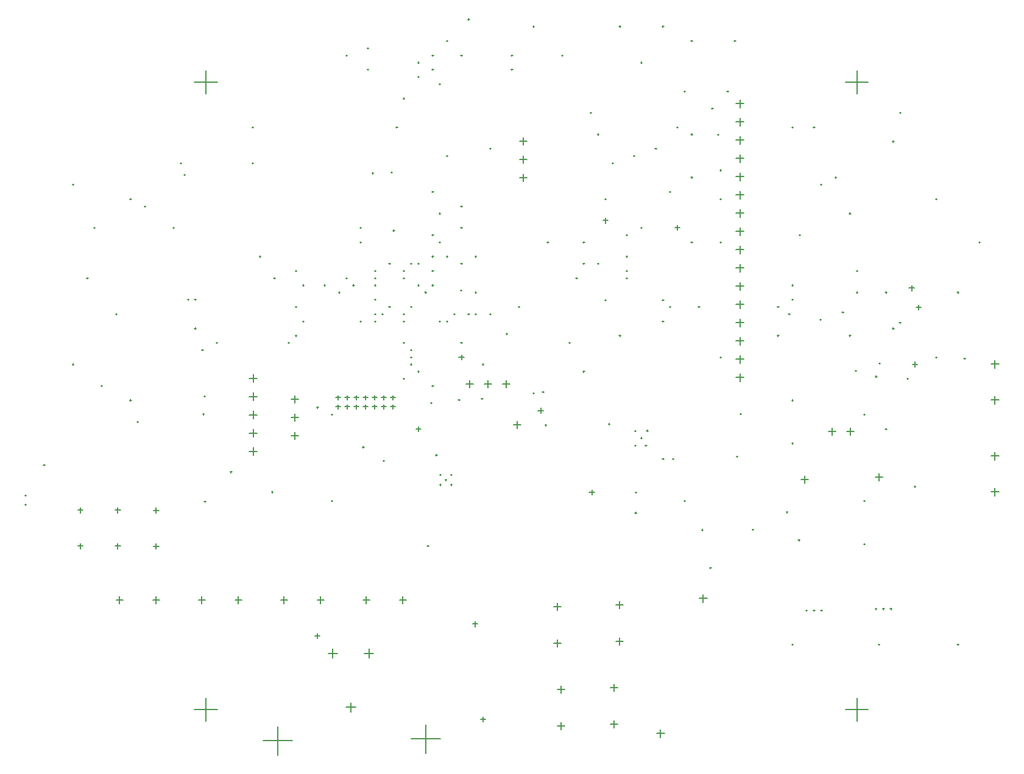
<source format=gbr>
%TF.GenerationSoftware,Altium Limited,Altium Designer,21.0.9 (235)*%
G04 Layer_Color=128*
%FSLAX26Y26*%
%MOIN*%
%TF.SameCoordinates,5BE5EA85-216B-4E4C-B8B6-EAA837D7D1E1*%
%TF.FilePolarity,Positive*%
%TF.FileFunction,Drillmap*%
%TF.Part,Single*%
G01*
G75*
%TA.AperFunction,NonConductor*%
%ADD157C,0.005000*%
D157*
X7069921Y4475000D02*
X7110079D01*
X7090000Y4454921D02*
Y4495079D01*
X6969921Y4475000D02*
X7010079D01*
X6990000Y4454921D02*
Y4495079D01*
X4427835Y3258425D02*
X4479016D01*
X4453425Y3232835D02*
Y3284016D01*
X4230984Y3258425D02*
X4282165D01*
X4256575Y3232835D02*
Y3284016D01*
X4329409Y2963150D02*
X4380591D01*
X4355000Y2937559D02*
Y2988740D01*
X3876260Y2780000D02*
X4033740D01*
X3955000Y2701260D02*
Y2858740D01*
X6820000Y4210000D02*
X6860000D01*
X6840000Y4190000D02*
Y4230000D01*
X7225000Y4225000D02*
X7265000D01*
X7245000Y4205000D02*
Y4245000D01*
X5245000Y4510000D02*
X5285000D01*
X5265000Y4490000D02*
Y4530000D01*
X3275236Y3845000D02*
X3304764D01*
X3290000Y3830236D02*
Y3859764D01*
X3275236Y4041850D02*
X3304764D01*
X3290000Y4027087D02*
Y4056614D01*
X3065236Y3846575D02*
X3094764D01*
X3080000Y3831811D02*
Y3861339D01*
X3065236Y4043425D02*
X3094764D01*
X3080000Y4028661D02*
Y4058189D01*
X2860236Y3846575D02*
X2889764D01*
X2875000Y3831811D02*
Y3861339D01*
X2860236Y4043425D02*
X2889764D01*
X2875000Y4028661D02*
Y4058189D01*
X3720315Y3550000D02*
X3759685D01*
X3740000Y3530315D02*
Y3569685D01*
X3520315Y3550000D02*
X3559685D01*
X3540000Y3530315D02*
Y3569685D01*
X3270315Y3550000D02*
X3309685D01*
X3290000Y3530315D02*
Y3569685D01*
X3070315Y3550000D02*
X3109685D01*
X3090000Y3530315D02*
Y3569685D01*
X4170315Y3550000D02*
X4209685D01*
X4190000Y3530315D02*
Y3569685D01*
X3970315Y3550000D02*
X4009685D01*
X3990000Y3530315D02*
Y3569685D01*
X7061127Y2950592D02*
X7186127D01*
X7123627Y2888092D02*
Y3013092D01*
X3498627Y2950592D02*
X3623627D01*
X3561127Y2888092D02*
Y3013092D01*
X3498627Y6388092D02*
X3623627D01*
X3561127Y6325592D02*
Y6450592D01*
X3799567Y4765000D02*
X3842874D01*
X3821220Y4743346D02*
Y4786654D01*
X3799567Y4665000D02*
X3842874D01*
X3821220Y4643346D02*
Y4686654D01*
X3799567Y4465000D02*
X3842874D01*
X3821220Y4443346D02*
Y4486654D01*
X3799567Y4365000D02*
X3842874D01*
X3821220Y4343346D02*
Y4386654D01*
X3799567Y4565000D02*
X3842874D01*
X3821220Y4543346D02*
Y4586654D01*
X7061127Y6388092D02*
X7186127D01*
X7123627Y6325592D02*
Y6450592D01*
X4686260Y2790000D02*
X4843740D01*
X4765000Y2711260D02*
Y2868740D01*
X6028346Y2820000D02*
X6071654D01*
X6050000Y2798347D02*
Y2841653D01*
X6260630Y3560157D02*
X6303937D01*
X6282283Y3538504D02*
Y3581811D01*
X5775315Y3070000D02*
X5814685D01*
X5795000Y3050315D02*
Y3089685D01*
X5775315Y2870000D02*
X5814685D01*
X5795000Y2850315D02*
Y2889685D01*
X5805315Y3325000D02*
X5844685D01*
X5825000Y3305315D02*
Y3344685D01*
X5805315Y3525000D02*
X5844685D01*
X5825000Y3505315D02*
Y3544685D01*
X5485315Y2860000D02*
X5524685D01*
X5505000Y2840315D02*
Y2879685D01*
X5485315Y3060000D02*
X5524685D01*
X5505000Y3040315D02*
Y3079685D01*
X5465315Y3515000D02*
X5504685D01*
X5485000Y3495315D02*
Y3534685D01*
X5465315Y3315000D02*
X5504685D01*
X5485000Y3295315D02*
Y3334685D01*
X4420315Y3550000D02*
X4459685D01*
X4440000Y3530315D02*
Y3569685D01*
X4620315Y3550000D02*
X4659685D01*
X4640000Y3530315D02*
Y3569685D01*
X6463346Y4770000D02*
X6506654D01*
X6485000Y4748346D02*
Y4791654D01*
X6463346Y4870000D02*
X6506654D01*
X6485000Y4848346D02*
Y4891654D01*
X6463346Y5170000D02*
X6506654D01*
X6485000Y5148346D02*
Y5191654D01*
X6463346Y5270000D02*
X6506654D01*
X6485000Y5248346D02*
Y5291654D01*
X6463346Y5370000D02*
X6506654D01*
X6485000Y5348346D02*
Y5391654D01*
X6463346Y5570000D02*
X6506654D01*
X6485000Y5548346D02*
Y5591654D01*
X6463346Y5670000D02*
X6506654D01*
X6485000Y5648346D02*
Y5691654D01*
X6463346Y5870000D02*
X6506654D01*
X6485000Y5848346D02*
Y5891654D01*
X6463346Y6070000D02*
X6506654D01*
X6485000Y6048346D02*
Y6091654D01*
X6463346Y6270000D02*
X6506654D01*
X6485000Y6248346D02*
Y6291654D01*
X6463346Y6170000D02*
X6506654D01*
X6485000Y6148346D02*
Y6191654D01*
X6463346Y5970000D02*
X6506654D01*
X6485000Y5948346D02*
Y5991654D01*
X6463346Y5770000D02*
X6506654D01*
X6485000Y5748346D02*
Y5791654D01*
X6463346Y5470000D02*
X6506654D01*
X6485000Y5448346D02*
Y5491654D01*
X6463346Y5070000D02*
X6506654D01*
X6485000Y5048346D02*
Y5091654D01*
X6463346Y4970000D02*
X6506654D01*
X6485000Y4948346D02*
Y4991654D01*
X5184921Y4735000D02*
X5225079D01*
X5205000Y4714921D02*
Y4755079D01*
X5084921Y4735000D02*
X5125079D01*
X5105000Y4714921D02*
Y4755079D01*
X4984921Y4735000D02*
X5025079D01*
X5005000Y4714921D02*
Y4755079D01*
X4273189Y4610000D02*
X4296811D01*
X4285000Y4598189D02*
Y4621811D01*
X4273189Y4660000D02*
X4296811D01*
X4285000Y4648189D02*
Y4671811D01*
X4323189Y4610000D02*
X4346811D01*
X4335000Y4598189D02*
Y4621811D01*
X4323189Y4660000D02*
X4346811D01*
X4335000Y4648189D02*
Y4671811D01*
X4373189Y4610000D02*
X4396811D01*
X4385000Y4598189D02*
Y4621811D01*
X4373189Y4660000D02*
X4396811D01*
X4385000Y4648189D02*
Y4671811D01*
X4423189Y4610000D02*
X4446811D01*
X4435000Y4598189D02*
Y4621811D01*
X4423189Y4660000D02*
X4446811D01*
X4435000Y4648189D02*
Y4671811D01*
X4473189Y4610000D02*
X4496811D01*
X4485000Y4598189D02*
Y4621811D01*
X4473189Y4660000D02*
X4496811D01*
X4485000Y4648189D02*
Y4671811D01*
X4523189Y4610000D02*
X4546811D01*
X4535000Y4598189D02*
Y4621811D01*
X4523189Y4660000D02*
X4546811D01*
X4535000Y4648189D02*
Y4671811D01*
X4573189Y4610000D02*
X4596811D01*
X4585000Y4598189D02*
Y4621811D01*
X4573189Y4660000D02*
X4596811D01*
X4585000Y4648189D02*
Y4671811D01*
X5279921Y5865000D02*
X5320079D01*
X5300000Y5844921D02*
Y5885079D01*
X5279921Y5965000D02*
X5320079D01*
X5300000Y5944921D02*
Y5985079D01*
X5279921Y6065000D02*
X5320079D01*
X5300000Y6044921D02*
Y6085079D01*
X4029921Y4650000D02*
X4070079D01*
X4050000Y4629921D02*
Y4670079D01*
X4029921Y4550000D02*
X4070079D01*
X4050000Y4529921D02*
Y4570079D01*
X4029921Y4450000D02*
X4070079D01*
X4050000Y4429921D02*
Y4470079D01*
X7858346Y4340000D02*
X7901654D01*
X7880000Y4318346D02*
Y4361654D01*
X7858346Y4143150D02*
X7901654D01*
X7880000Y4121496D02*
Y4164803D01*
X7858346Y4646575D02*
X7901654D01*
X7880000Y4624921D02*
Y4668228D01*
X7858346Y4843425D02*
X7901654D01*
X7880000Y4821772D02*
Y4865079D01*
X7710000Y4874000D02*
X7718000D01*
X7714000Y4870000D02*
Y4878000D01*
X4819000Y4346000D02*
X4827000D01*
X4823000Y4342000D02*
Y4350000D01*
X6361000Y6102000D02*
X6369000D01*
X6365000Y6098000D02*
Y6106000D01*
X6329000Y6244000D02*
X6337000D01*
X6333000Y6240000D02*
Y6248000D01*
X5069000Y4655000D02*
X5077000D01*
X5073000Y4651000D02*
Y4659000D01*
X4943000Y4648000D02*
X4951000D01*
X4947000Y4644000D02*
Y4652000D01*
X5204000Y5010000D02*
X5212000D01*
X5208000Y5006000D02*
Y5014000D01*
X3544000Y4570000D02*
X3552000D01*
X3548000Y4566000D02*
Y4574000D01*
X3552000Y4667000D02*
X3560000D01*
X3556000Y4663000D02*
Y4671000D01*
X3441000Y5881000D02*
X3449000D01*
X3445000Y5877000D02*
Y5885000D01*
X4956693Y5708661D02*
X4964567D01*
X4960630Y5704724D02*
Y5712598D01*
X4956693Y5590551D02*
X4964567D01*
X4960630Y5586614D02*
Y5594488D01*
X2571000Y4075000D02*
X2579000D01*
X2575000Y4071000D02*
Y4079000D01*
X2571000Y4125000D02*
X2579000D01*
X2575000Y4121000D02*
Y4129000D01*
X7410000Y5260000D02*
X7438000D01*
X7424000Y5246000D02*
Y5274000D01*
X7448044Y5153603D02*
X7476044D01*
X7462044Y5139603D02*
Y5167603D01*
X7356559Y5070184D02*
X7364433D01*
X7360496Y5066247D02*
Y5074120D01*
X7279528Y5236221D02*
X7287402D01*
X7283465Y5232283D02*
Y5240158D01*
X7043307Y5128370D02*
X7051181D01*
X7047244Y5124433D02*
Y5132307D01*
X6921000Y5088158D02*
X6929000D01*
X6925000Y5084158D02*
Y5092158D01*
X7245000Y4848000D02*
X7253000D01*
X7249000Y4844000D02*
Y4852000D01*
X7114000Y4807000D02*
X7122000D01*
X7118000Y4803000D02*
Y4811000D01*
X7226063Y4776000D02*
X7233937D01*
X7230000Y4772063D02*
Y4779937D01*
X6059055Y5195378D02*
X6066929D01*
X6062992Y5191441D02*
Y5199315D01*
X5744095Y5195378D02*
X5751968D01*
X5748032Y5191441D02*
Y5199315D01*
X6255905Y5157480D02*
X6263779D01*
X6259842Y5153543D02*
Y5161417D01*
X5035433Y5236221D02*
X5043307D01*
X5039370Y5232283D02*
Y5240158D01*
X7082677Y5000000D02*
X7090551D01*
X7086614Y4996063D02*
Y5003937D01*
X6688976Y5000000D02*
X6696850D01*
X6692913Y4996063D02*
Y5003937D01*
X6767717Y5196850D02*
X6775591D01*
X6771654Y5192913D02*
Y5200787D01*
X6750000Y5117000D02*
X6758000D01*
X6754000Y5113000D02*
Y5121000D01*
X6688976Y5157480D02*
X6696850D01*
X6692913Y5153543D02*
Y5161417D01*
X4954000Y5248000D02*
X4962000D01*
X4958000Y5244000D02*
Y5252000D01*
X4710409Y4488189D02*
X4738409D01*
X4724409Y4474189D02*
Y4502189D01*
X4720472Y6496063D02*
X4728346D01*
X4724409Y6492126D02*
Y6500000D01*
X4917323Y5118110D02*
X4925197D01*
X4921260Y5114173D02*
Y5122047D01*
X4444882Y6456693D02*
X4452756D01*
X4448819Y6452756D02*
Y6460630D01*
X4641732Y5314961D02*
X4649606D01*
X4645669Y5311024D02*
Y5318898D01*
X5940945Y6496063D02*
X5948819D01*
X5944882Y6492126D02*
Y6500000D01*
X4838583Y6377953D02*
X4846457D01*
X4842520Y6374016D02*
Y6381890D01*
X4838583Y5669291D02*
X4846457D01*
X4842520Y5665354D02*
Y5673228D01*
X4996063Y6732283D02*
X5003937D01*
X5000000Y6728346D02*
Y6736221D01*
X7122047Y5354331D02*
X7129921D01*
X7125984Y5350394D02*
Y5358268D01*
X7122047Y5236221D02*
X7129921D01*
X7125984Y5232283D02*
Y5240158D01*
X4484252Y5354331D02*
X4492126D01*
X4488189Y5350394D02*
Y5358268D01*
X2988189Y4724409D02*
X2996063D01*
X2992126Y4720472D02*
Y4728346D01*
X3539370Y4921260D02*
X3547244D01*
X3543307Y4917323D02*
Y4925197D01*
X4562992Y5157480D02*
X4570866D01*
X4566929Y5153543D02*
Y5161417D01*
X3500000Y5196850D02*
X3507874D01*
X3503937Y5192913D02*
Y5200787D01*
X4484252Y5196850D02*
X4492126D01*
X4488189Y5192913D02*
Y5200787D01*
X4051181Y5354331D02*
X4059055D01*
X4055118Y5350394D02*
Y5358268D01*
X3618110Y4960630D02*
X3625984D01*
X3622047Y4956693D02*
Y4964567D01*
X3933071Y5314961D02*
X3940945D01*
X3937008Y5311024D02*
Y5318898D01*
X3185039Y4527559D02*
X3192913D01*
X3188976Y4523622D02*
Y4531496D01*
X4523622Y5118110D02*
X4531496D01*
X4527559Y5114173D02*
Y5122047D01*
X3500000Y5039370D02*
X3507874D01*
X3503937Y5035433D02*
Y5043307D01*
X3066929Y5118110D02*
X3074803D01*
X3070866Y5114173D02*
Y5122047D01*
X5625984Y4803150D02*
X5633858D01*
X5629921Y4799213D02*
Y4807087D01*
X4838583Y5078740D02*
X4846457D01*
X4842520Y5074803D02*
Y5082677D01*
X3145669Y4645669D02*
X3153543D01*
X3149606Y4641732D02*
Y4649606D01*
X2830709Y4842520D02*
X2838583D01*
X2834646Y4838583D02*
Y4846457D01*
X2830709Y5826772D02*
X2838583D01*
X2834646Y5822835D02*
Y5830709D01*
X5665354Y6220472D02*
X5673228D01*
X5669291Y6216535D02*
Y6224409D01*
X5704724Y6102362D02*
X5712598D01*
X5708661Y6098425D02*
Y6106299D01*
X3145669Y5748032D02*
X3153543D01*
X3149606Y5744095D02*
Y5751968D01*
X7318898Y6062992D02*
X7326772D01*
X7322835Y6059055D02*
Y6066929D01*
X7318898Y5039370D02*
X7326772D01*
X7322835Y5035433D02*
Y5043307D01*
X7358268Y6220472D02*
X7366142D01*
X7362205Y6216535D02*
Y6224409D01*
X4799213Y5787402D02*
X4807087D01*
X4803150Y5783465D02*
Y5791339D01*
X4759842Y5236221D02*
X4767717D01*
X4763779Y5232283D02*
Y5240158D01*
X4602362Y6141732D02*
X4610236D01*
X4606299Y6137795D02*
Y6145669D01*
X4562992Y5393701D02*
X4570866D01*
X4566929Y5389764D02*
Y5397638D01*
X4051181Y5000000D02*
X4059055D01*
X4055118Y4996063D02*
Y5003937D01*
X4484252Y5314961D02*
X4492126D01*
X4488189Y5311024D02*
Y5318898D01*
X7555118Y4881890D02*
X7562992D01*
X7559055Y4877953D02*
Y4885827D01*
X7003937Y5866142D02*
X7011811D01*
X7007874Y5862205D02*
Y5870079D01*
X6216535Y5511811D02*
X6224409D01*
X6220472Y5507874D02*
Y5515748D01*
X6098425Y5157480D02*
X6106299D01*
X6102362Y5153543D02*
Y5161417D01*
X5940945Y5590551D02*
X5948819D01*
X5944882Y5586614D02*
Y5594488D01*
X4208661Y5275591D02*
X4216535D01*
X4212598Y5271654D02*
Y5279528D01*
X5862205Y5314961D02*
X5870079D01*
X5866142Y5311024D02*
Y5318898D01*
X6216535Y6102362D02*
X6224409D01*
X6220472Y6098425D02*
Y6106299D01*
X5114173Y5118110D02*
X5122047D01*
X5118110Y5114173D02*
Y5122047D01*
X5035433Y5118110D02*
X5043307D01*
X5039370Y5114173D02*
Y5122047D01*
X4158000Y3355000D02*
X4186000D01*
X4172000Y3341000D02*
Y3369000D01*
X6885827Y6141732D02*
X6893701D01*
X6889764Y6137795D02*
Y6145669D01*
X6767717Y6141732D02*
X6775591D01*
X6771654Y6137795D02*
Y6145669D01*
X3814961Y5944882D02*
X3822835D01*
X3818898Y5940945D02*
Y5948819D01*
X3814961Y6141732D02*
X3822835D01*
X3818898Y6137795D02*
Y6145669D01*
X4326772Y5314961D02*
X4334646D01*
X4330709Y5311024D02*
Y5318898D01*
X4326772Y6535433D02*
X4334646D01*
X4330709Y6531496D02*
Y6539370D01*
X4444882Y6574803D02*
X4452756D01*
X4448819Y6570866D02*
Y6578740D01*
X4366142Y5275591D02*
X4374016D01*
X4370079Y5271654D02*
Y5279528D01*
X5862205Y5551181D02*
X5870079D01*
X5866142Y5547244D02*
Y5555118D01*
X4641732Y4960630D02*
X4649606D01*
X4645669Y4956693D02*
Y4964567D01*
X5625984Y5511811D02*
X5633858D01*
X5629921Y5507874D02*
Y5515748D01*
X4641732Y5078740D02*
X4649606D01*
X4645669Y5074803D02*
Y5082677D01*
X5586614Y5314961D02*
X5594488D01*
X5590551Y5311024D02*
Y5318898D01*
X4641732Y5118110D02*
X4649606D01*
X4645669Y5114173D02*
Y5122047D01*
X5862205Y5433071D02*
X5870079D01*
X5866142Y5429134D02*
Y5437008D01*
X4681102Y4921260D02*
X4688976D01*
X4685039Y4917323D02*
Y4925197D01*
X5862205Y5354331D02*
X5870079D01*
X5866142Y5350394D02*
Y5358268D01*
X4799213Y5354331D02*
X4807087D01*
X4803150Y5350394D02*
Y5358268D01*
X5035433Y5433071D02*
X5043307D01*
X5039370Y5429134D02*
Y5437008D01*
X5704724Y5393701D02*
X5712598D01*
X5708661Y5389764D02*
Y5397638D01*
X5625984Y5393701D02*
X5633858D01*
X5629921Y5389764D02*
Y5397638D01*
X4956693Y5393701D02*
X4964567D01*
X4960630Y5389764D02*
Y5397638D01*
X4484252Y5275591D02*
X4492126D01*
X4488189Y5271654D02*
Y5279528D01*
X4720472Y5275591D02*
X4728346D01*
X4724409Y5271654D02*
Y5279528D01*
X4838583Y5511811D02*
X4846457D01*
X4842520Y5507874D02*
Y5515748D01*
X4484252Y5078740D02*
X4492126D01*
X4488189Y5074803D02*
Y5082677D01*
X4720472Y4803150D02*
X4728346D01*
X4724409Y4799213D02*
Y4807087D01*
X5350394Y4685039D02*
X5358268D01*
X5354331Y4681102D02*
Y4688976D01*
X5271654Y5157480D02*
X5279528D01*
X5275591Y5153543D02*
Y5161417D01*
X4681102Y5157480D02*
X4688976D01*
X4685039Y5153543D02*
Y5161417D01*
X4681102Y4881890D02*
X4688976D01*
X4685039Y4877953D02*
Y4885827D01*
X4946630Y4881890D02*
X4974630D01*
X4960630Y4867890D02*
Y4895890D01*
X5074803Y4842520D02*
X5082677D01*
X5078740Y4838583D02*
Y4846457D01*
X4799213Y5275591D02*
X4807087D01*
X4803150Y5271654D02*
Y5279528D01*
X7397638Y4763779D02*
X7405512D01*
X7401575Y4759842D02*
Y4767717D01*
X4641732Y4763779D02*
X4649606D01*
X4645669Y4759842D02*
Y4767717D01*
X4169291Y4606299D02*
X4177165D01*
X4173228Y4602362D02*
Y4610236D01*
X4248032Y4566929D02*
X4255905D01*
X4251968Y4562992D02*
Y4570866D01*
X4681102Y4842520D02*
X4688976D01*
X4685039Y4838583D02*
Y4846457D01*
X4877953Y5078740D02*
X4885827D01*
X4881890Y5074803D02*
Y5082677D01*
X4877953Y6614173D02*
X4885827D01*
X4881890Y6610236D02*
Y6618110D01*
X4681102Y5393701D02*
X4688976D01*
X4685039Y5389764D02*
Y5397638D01*
X4720472Y6417323D02*
X4728346D01*
X4724409Y6413386D02*
Y6421260D01*
X4720472Y5393701D02*
X4728346D01*
X4724409Y5389764D02*
Y5397638D01*
X4956693Y6535433D02*
X4964567D01*
X4960630Y6531496D02*
Y6539370D01*
X5232283Y6535433D02*
X5240158D01*
X5236221Y6531496D02*
Y6539370D01*
X5114173Y6023622D02*
X5122047D01*
X5118110Y6019685D02*
Y6027559D01*
X2673228Y4291339D02*
X2681102D01*
X2677165Y4287402D02*
Y4295276D01*
X4287402Y5236221D02*
X4295276D01*
X4291339Y5232283D02*
Y5240158D01*
X7082677Y5669291D02*
X7090551D01*
X7086614Y5665354D02*
Y5673228D01*
X5734032Y5629921D02*
X5762032D01*
X5748032Y5615921D02*
Y5643921D01*
X6177165Y6338583D02*
X6185039D01*
X6181102Y6334646D02*
Y6342520D01*
X4090551Y5078740D02*
X4098425D01*
X4094488Y5074803D02*
Y5082677D01*
X4799213Y5551181D02*
X4807087D01*
X4803150Y5547244D02*
Y5555118D01*
X4405512Y5511811D02*
X4413386D01*
X4409449Y5507874D02*
Y5515748D01*
X4405512Y5078740D02*
X4413386D01*
X4409449Y5074803D02*
Y5082677D01*
X4011811Y4960630D02*
X4019685D01*
X4015748Y4956693D02*
Y4964567D01*
X4799213Y5433071D02*
X4807087D01*
X4803150Y5429134D02*
Y5437008D01*
X5783465Y5944882D02*
X5791339D01*
X5787402Y5940945D02*
Y5948819D01*
X5232283Y6456693D02*
X5240158D01*
X5236221Y6452756D02*
Y6460630D01*
X6413386Y6338583D02*
X6421260D01*
X6417323Y6334646D02*
Y6342520D01*
X7426945Y4842520D02*
X7454945D01*
X7440945Y4828520D02*
Y4856520D01*
X7279528Y4488189D02*
X7287402D01*
X7283465Y4484252D02*
Y4492126D01*
X6019685Y6023622D02*
X6027559D01*
X6023622Y6019685D02*
Y6027559D01*
X6216535Y5866142D02*
X6224409D01*
X6220472Y5862205D02*
Y5870079D01*
X6127732Y5590551D02*
X6155732D01*
X6141732Y5576551D02*
Y5604551D01*
X6059055Y5078740D02*
X6066929D01*
X6062992Y5074803D02*
Y5082677D01*
X7673228Y5236221D02*
X7681102D01*
X7677165Y5232283D02*
Y5240158D01*
X7673228Y3307087D02*
X7681102D01*
X7677165Y3303150D02*
Y3311024D01*
X4799213Y4724409D02*
X4807087D01*
X4803150Y4720472D02*
Y4728346D01*
X4996063Y5118110D02*
X5003937D01*
X5000000Y5114173D02*
Y5122047D01*
X5021000Y3420000D02*
X5049000D01*
X5035000Y3406000D02*
Y3434000D01*
X5065000Y2897000D02*
X5093000D01*
X5079000Y2883000D02*
Y2911000D01*
X4248032Y4094488D02*
X4255905D01*
X4251968Y4090551D02*
Y4098425D01*
X6177165Y4094488D02*
X6185039D01*
X6181102Y4090551D02*
Y4098425D01*
X5660000Y4142000D02*
X5688000D01*
X5674000Y4128000D02*
Y4156000D01*
X5380000Y4589000D02*
X5408000D01*
X5394000Y4575000D02*
Y4603000D01*
X5942000Y4439000D02*
X5950000D01*
X5946000Y4435000D02*
Y4443000D01*
X5973000Y4479000D02*
X5981000D01*
X5977000Y4475000D02*
Y4483000D01*
X5907000Y4478000D02*
X5915000D01*
X5911000Y4474000D02*
Y4482000D01*
X5908000Y4397000D02*
X5916000D01*
X5912000Y4393000D02*
Y4401000D01*
X5966000Y4397000D02*
X5974000D01*
X5970000Y4393000D02*
Y4401000D01*
X6803000Y3880000D02*
X6811000D01*
X6807000Y3876000D02*
Y3884000D01*
X6737000Y4033000D02*
X6745000D01*
X6741000Y4029000D02*
Y4037000D01*
X6319000Y3727000D02*
X6327000D01*
X6323000Y3723000D02*
Y3731000D01*
X4586000Y5576000D02*
X4594000D01*
X4590000Y5572000D02*
Y5580000D01*
X4471000Y5890000D02*
X4479000D01*
X4475000Y5886000D02*
Y5894000D01*
X4575000D02*
X4583000D01*
X4579000Y5890000D02*
Y5898000D01*
X6060000Y4324000D02*
X6068000D01*
X6064000Y4320000D02*
Y4328000D01*
X6114000Y4325000D02*
X6122000D01*
X6118000Y4321000D02*
Y4329000D01*
X5418000Y4510000D02*
X5426000D01*
X5422000Y4506000D02*
Y4514000D01*
X5403000Y4691000D02*
X5411000D01*
X5407000Y4687000D02*
Y4695000D01*
X6274000Y3936000D02*
X6282000D01*
X6278000Y3932000D02*
Y3940000D01*
X6552000Y3938000D02*
X6560000D01*
X6556000Y3934000D02*
Y3942000D01*
X6484000Y4572000D02*
X6492000D01*
X6488000Y4568000D02*
Y4576000D01*
X5765000Y4516000D02*
X5773000D01*
X5769000Y4512000D02*
Y4520000D01*
X5910000Y4029000D02*
X5918000D01*
X5914000Y4025000D02*
Y4033000D01*
X5911000Y4141000D02*
X5919000D01*
X5915000Y4137000D02*
Y4145000D01*
X6464000Y4338000D02*
X6472000D01*
X6468000Y4334000D02*
Y4342000D01*
X4531000Y4314000D02*
X4539000D01*
X4535000Y4310000D02*
Y4318000D01*
X4419000Y4389000D02*
X4427000D01*
X4423000Y4385000D02*
Y4393000D01*
X4791000Y4631000D02*
X4799000D01*
X4795000Y4627000D02*
Y4635000D01*
X3921000Y4143000D02*
X3929000D01*
X3925000Y4139000D02*
Y4147000D01*
X3553000Y4091000D02*
X3561000D01*
X3557000Y4087000D02*
Y4095000D01*
X3696000Y4253000D02*
X3704000D01*
X3700000Y4249000D02*
Y4257000D01*
X4773000Y3847000D02*
X4781000D01*
X4777000Y3843000D02*
Y3851000D01*
X5744095Y5748032D02*
X5751968D01*
X5748032Y5744095D02*
Y5751968D01*
X3421260Y5944882D02*
X3429134D01*
X3425197Y5940945D02*
Y5948819D01*
X4877953Y5433071D02*
X4885827D01*
X4881890Y5429134D02*
Y5437008D01*
X4484252Y5118110D02*
X4492126D01*
X4488189Y5114173D02*
Y5122047D01*
X4641732Y5354331D02*
X4649606D01*
X4645669Y5350394D02*
Y5358268D01*
X4405512Y5590551D02*
X4413386D01*
X4409449Y5586614D02*
Y5594488D01*
X3381890Y5590551D02*
X3389764D01*
X3385827Y5586614D02*
Y5594488D01*
X2948819Y5590551D02*
X2956693D01*
X2952756Y5586614D02*
Y5594488D01*
X2909449Y5314961D02*
X2917323D01*
X2913386Y5311024D02*
Y5318898D01*
X3460630Y5196850D02*
X3468504D01*
X3464567Y5192913D02*
Y5200787D01*
X6098425Y5787402D02*
X6106299D01*
X6102362Y5783465D02*
Y5791339D01*
X6137795Y6141732D02*
X6145669D01*
X6141732Y6137795D02*
Y6145669D01*
X3854331Y5433071D02*
X3862205D01*
X3858268Y5429134D02*
Y5437008D01*
X5901575Y5984252D02*
X5909449D01*
X5905512Y5980315D02*
Y5988189D01*
X5350394Y6692913D02*
X5358268D01*
X5354331Y6688976D02*
Y6696850D01*
X6925197Y5826772D02*
X6933071D01*
X6929134Y5822835D02*
Y5830709D01*
X7555118Y5748032D02*
X7562992D01*
X7559055Y5744095D02*
Y5751968D01*
X5822835Y5000000D02*
X5830709D01*
X5826772Y4996063D02*
Y5003937D01*
X4799213Y6456693D02*
X4807087D01*
X4803150Y6452756D02*
Y6460630D01*
X7240158Y3307087D02*
X7248032D01*
X7244095Y3303150D02*
Y3311024D01*
X7161417Y4566929D02*
X7169291D01*
X7165354Y4562992D02*
Y4570866D01*
X5822835Y6692913D02*
X5830709D01*
X5826772Y6688976D02*
Y6696850D01*
X4799213Y6535433D02*
X4807087D01*
X4803150Y6531496D02*
Y6539370D01*
X6767717Y4645669D02*
X6775591D01*
X6771654Y4641732D02*
Y4649606D01*
X4090551Y5275591D02*
X4098425D01*
X4094488Y5271654D02*
Y5279528D01*
X7161417Y3858268D02*
X7169291D01*
X7165354Y3854331D02*
Y3862205D01*
X6374016Y5511811D02*
X6381890D01*
X6377953Y5507874D02*
Y5515748D01*
X4051181Y5157480D02*
X4059055D01*
X4055118Y5153543D02*
Y5161417D01*
X6807087Y5551181D02*
X6814961D01*
X6811024Y5547244D02*
Y5555118D01*
X6374016Y5748032D02*
X6381890D01*
X6377953Y5744095D02*
Y5751968D01*
X6767717Y3307087D02*
X6775591D01*
X6771654Y3303150D02*
Y3311024D01*
X4956693Y4960630D02*
X4964567D01*
X4960630Y4956693D02*
Y4964567D01*
X5429134Y5511811D02*
X5437008D01*
X5433071Y5507874D02*
Y5515748D01*
X6374016Y5905512D02*
X6381890D01*
X6377953Y5901575D02*
Y5909449D01*
X7791339Y5511811D02*
X7799213D01*
X7795276Y5507874D02*
Y5515748D01*
X7437008Y4173228D02*
X7444882D01*
X7440945Y4169291D02*
Y4177165D01*
X6767717Y5275591D02*
X6775591D01*
X6771654Y5271654D02*
Y5279528D01*
X4877953Y5984252D02*
X4885827D01*
X4881890Y5980315D02*
Y5988189D01*
X6059055Y6692913D02*
X6066929D01*
X6062992Y6688976D02*
Y6696850D01*
X4641732Y6299213D02*
X4649606D01*
X4645669Y6295276D02*
Y6303150D01*
X7161417Y4094488D02*
X7169291D01*
X7165354Y4090551D02*
Y4098425D01*
X6767717Y4409449D02*
X6775591D01*
X6771654Y4405512D02*
Y4413386D01*
X3224410Y5708661D02*
X3232284D01*
X3228347Y5704724D02*
Y5712598D01*
X6452756Y6614173D02*
X6460630D01*
X6456693Y6610236D02*
Y6618110D01*
X6374016Y4881890D02*
X6381890D01*
X6377953Y4877953D02*
Y4885827D01*
X6216535Y6614173D02*
X6224409D01*
X6220472Y6610236D02*
Y6618110D01*
X5507874Y6535433D02*
X5515748D01*
X5511811Y6531496D02*
Y6539370D01*
X5547244Y4960630D02*
X5555118D01*
X5551181Y4956693D02*
Y4964567D01*
X4871063Y4210000D02*
X4878937D01*
X4875000Y4206063D02*
Y4213937D01*
X4900197Y4237165D02*
X4908071D01*
X4904134Y4233228D02*
Y4241102D01*
X4900197Y4182835D02*
X4908071D01*
X4904134Y4178898D02*
Y4186772D01*
X4841929Y4237165D02*
X4849803D01*
X4845866Y4233228D02*
Y4241102D01*
X4841929Y4182835D02*
X4849803D01*
X4845866Y4178898D02*
Y4186772D01*
X6926614Y3495000D02*
X6934488D01*
X6930551Y3491063D02*
Y3498937D01*
X6886063Y3495000D02*
X6893937D01*
X6890000Y3491063D02*
Y3498937D01*
X6845512Y3495000D02*
X6853386D01*
X6849449Y3491063D02*
Y3498937D01*
X7306614Y3503150D02*
X7314488D01*
X7310551Y3499213D02*
Y3507087D01*
X7266063Y3503150D02*
X7273937D01*
X7270000Y3499213D02*
Y3507087D01*
X7225512Y3503150D02*
X7233386D01*
X7229449Y3499213D02*
Y3507087D01*
%TF.MD5,61af7866582fe059a79c0cd4d95fc6f2*%
M02*

</source>
